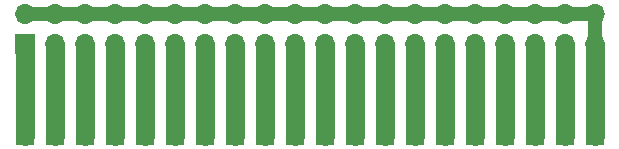
<source format=gbr>
%TF.GenerationSoftware,KiCad,Pcbnew,(6.0.1)*%
%TF.CreationDate,2022-03-24T12:00:01-04:00*%
%TF.ProjectId,Card,43617264-2e6b-4696-9361-645f70636258,rev?*%
%TF.SameCoordinates,Original*%
%TF.FileFunction,Copper,L1,Top*%
%TF.FilePolarity,Positive*%
%FSLAX46Y46*%
G04 Gerber Fmt 4.6, Leading zero omitted, Abs format (unit mm)*
G04 Created by KiCad (PCBNEW (6.0.1)) date 2022-03-24 12:00:01*
%MOMM*%
%LPD*%
G01*
G04 APERTURE LIST*
%TA.AperFunction,SMDPad,CuDef*%
%ADD10R,1.524000X5.000000*%
%TD*%
%TA.AperFunction,ComponentPad*%
%ADD11R,1.700000X1.700000*%
%TD*%
%TA.AperFunction,ComponentPad*%
%ADD12O,1.700000X1.700000*%
%TD*%
%TA.AperFunction,Conductor*%
%ADD13C,1.200000*%
%TD*%
%TA.AperFunction,Conductor*%
%ADD14C,1.600000*%
%TD*%
G04 APERTURE END LIST*
D10*
%TO.P,J1,1*%
%TO.N,Net-(J1-Pad1)*%
X109220000Y-122428000D03*
%TO.P,J1,2*%
%TO.N,Net-(J1-Pad2)*%
X111760000Y-122428000D03*
%TO.P,J1,3*%
%TO.N,Net-(J1-Pad3)*%
X114300000Y-122428000D03*
%TO.P,J1,4*%
%TO.N,Net-(J1-Pad4)*%
X116840000Y-122428000D03*
%TO.P,J1,5*%
%TO.N,Net-(J1-Pad5)*%
X119380000Y-122428000D03*
%TO.P,J1,6*%
%TO.N,Net-(J1-Pad6)*%
X121920000Y-122428000D03*
%TO.P,J1,7*%
%TO.N,Net-(J1-Pad7)*%
X124460000Y-122428000D03*
%TO.P,J1,8*%
%TO.N,Net-(J1-Pad8)*%
X127000000Y-122428000D03*
%TO.P,J1,9*%
%TO.N,Net-(J1-Pad9)*%
X129540000Y-122428000D03*
%TO.P,J1,10*%
%TO.N,Net-(J1-Pad10)*%
X132080000Y-122428000D03*
%TO.P,J1,11*%
%TO.N,Net-(J1-Pad11)*%
X134620000Y-122428000D03*
%TO.P,J1,12*%
%TO.N,Net-(J1-Pad12)*%
X137160000Y-122428000D03*
%TO.P,J1,13*%
%TO.N,Net-(J1-Pad13)*%
X139700000Y-122428000D03*
%TO.P,J1,14*%
%TO.N,Net-(J1-Pad14)*%
X142240000Y-122428000D03*
%TO.P,J1,15*%
%TO.N,Net-(J1-Pad15)*%
X144780000Y-122428000D03*
%TO.P,J1,16*%
%TO.N,Net-(J1-Pad16)*%
X147320000Y-122428000D03*
%TO.P,J1,17*%
%TO.N,Net-(J1-Pad17)*%
X149860000Y-122428000D03*
%TO.P,J1,18*%
%TO.N,Net-(J1-Pad18)*%
X152400000Y-122428000D03*
%TO.P,J1,19*%
%TO.N,Net-(J1-Pad19)*%
X154940000Y-122428000D03*
%TO.P,J1,20*%
%TO.N,Net-(J1-Pad20)*%
X157480000Y-122428000D03*
%TD*%
D11*
%TO.P,J2,1*%
%TO.N,Net-(J1-Pad1)*%
X109220000Y-116332000D03*
D12*
%TO.P,J2,2*%
%TO.N,Net-(J1-Pad20)*%
X109220000Y-113792000D03*
%TO.P,J2,3*%
%TO.N,Net-(J1-Pad2)*%
X111760000Y-116332000D03*
%TO.P,J2,4*%
%TO.N,Net-(J1-Pad20)*%
X111760000Y-113792000D03*
%TO.P,J2,5*%
%TO.N,Net-(J1-Pad3)*%
X114300000Y-116332000D03*
%TO.P,J2,6*%
%TO.N,Net-(J1-Pad20)*%
X114300000Y-113792000D03*
%TO.P,J2,7*%
%TO.N,Net-(J1-Pad4)*%
X116840000Y-116332000D03*
%TO.P,J2,8*%
%TO.N,Net-(J1-Pad20)*%
X116840000Y-113792000D03*
%TO.P,J2,9*%
%TO.N,Net-(J1-Pad5)*%
X119380000Y-116332000D03*
%TO.P,J2,10*%
%TO.N,Net-(J1-Pad20)*%
X119380000Y-113792000D03*
%TO.P,J2,11*%
%TO.N,Net-(J1-Pad6)*%
X121920000Y-116332000D03*
%TO.P,J2,12*%
%TO.N,Net-(J1-Pad20)*%
X121920000Y-113792000D03*
%TO.P,J2,13*%
%TO.N,Net-(J1-Pad7)*%
X124460000Y-116332000D03*
%TO.P,J2,14*%
%TO.N,Net-(J1-Pad20)*%
X124460000Y-113792000D03*
%TO.P,J2,15*%
%TO.N,Net-(J1-Pad8)*%
X127000000Y-116332000D03*
%TO.P,J2,16*%
%TO.N,Net-(J1-Pad20)*%
X127000000Y-113792000D03*
%TO.P,J2,17*%
%TO.N,Net-(J1-Pad9)*%
X129540000Y-116332000D03*
%TO.P,J2,18*%
%TO.N,Net-(J1-Pad20)*%
X129540000Y-113792000D03*
%TO.P,J2,19*%
%TO.N,Net-(J1-Pad10)*%
X132080000Y-116332000D03*
%TO.P,J2,20*%
%TO.N,Net-(J1-Pad20)*%
X132080000Y-113792000D03*
%TO.P,J2,21*%
%TO.N,Net-(J1-Pad11)*%
X134620000Y-116332000D03*
%TO.P,J2,22*%
%TO.N,Net-(J1-Pad20)*%
X134620000Y-113792000D03*
%TO.P,J2,23*%
%TO.N,Net-(J1-Pad12)*%
X137160000Y-116332000D03*
%TO.P,J2,24*%
%TO.N,Net-(J1-Pad20)*%
X137160000Y-113792000D03*
%TO.P,J2,25*%
%TO.N,Net-(J1-Pad13)*%
X139700000Y-116332000D03*
%TO.P,J2,26*%
%TO.N,Net-(J1-Pad20)*%
X139700000Y-113792000D03*
%TO.P,J2,27*%
%TO.N,Net-(J1-Pad14)*%
X142240000Y-116332000D03*
%TO.P,J2,28*%
%TO.N,Net-(J1-Pad20)*%
X142240000Y-113792000D03*
%TO.P,J2,29*%
%TO.N,Net-(J1-Pad15)*%
X144780000Y-116332000D03*
%TO.P,J2,30*%
%TO.N,Net-(J1-Pad20)*%
X144780000Y-113792000D03*
%TO.P,J2,31*%
%TO.N,Net-(J1-Pad16)*%
X147320000Y-116332000D03*
%TO.P,J2,32*%
%TO.N,Net-(J1-Pad20)*%
X147320000Y-113792000D03*
%TO.P,J2,33*%
%TO.N,Net-(J1-Pad17)*%
X149860000Y-116332000D03*
%TO.P,J2,34*%
%TO.N,Net-(J1-Pad20)*%
X149860000Y-113792000D03*
%TO.P,J2,35*%
%TO.N,Net-(J1-Pad18)*%
X152400000Y-116332000D03*
%TO.P,J2,36*%
%TO.N,Net-(J1-Pad20)*%
X152400000Y-113792000D03*
%TO.P,J2,37*%
%TO.N,Net-(J1-Pad19)*%
X154940000Y-116332000D03*
%TO.P,J2,38*%
%TO.N,Net-(J1-Pad20)*%
X154940000Y-113792000D03*
%TO.P,J2,39*%
X157480000Y-116332000D03*
%TO.P,J2,40*%
X157480000Y-113792000D03*
%TD*%
D13*
%TO.N,Net-(J1-Pad20)*%
X121920000Y-113792000D02*
X124460000Y-113792000D01*
X127000000Y-113792000D02*
X129540000Y-113792000D01*
X147320000Y-113792000D02*
X149860000Y-113792000D01*
X139700000Y-113792000D02*
X142240000Y-113792000D01*
X124460000Y-113792000D02*
X127000000Y-113792000D01*
X142240000Y-113792000D02*
X144780000Y-113792000D01*
D14*
X157480000Y-116332000D02*
X157480000Y-124142990D01*
D13*
X152400000Y-113792000D02*
X154940000Y-113792000D01*
X119380000Y-113792000D02*
X121920000Y-113792000D01*
X132080000Y-113792000D02*
X134620000Y-113792000D01*
X109220000Y-113792000D02*
X111760000Y-113792000D01*
X116840000Y-113792000D02*
X119380000Y-113792000D01*
X144780000Y-113792000D02*
X147320000Y-113792000D01*
X149860000Y-113792000D02*
X152400000Y-113792000D01*
X114300000Y-113792000D02*
X116840000Y-113792000D01*
X111760000Y-113792000D02*
X114300000Y-113792000D01*
X137160000Y-113792000D02*
X139700000Y-113792000D01*
X157480000Y-113792000D02*
X157480000Y-116332000D01*
X129540000Y-113792000D02*
X132080000Y-113792000D01*
X154940000Y-113792000D02*
X157480000Y-113792000D01*
X134620000Y-113792000D02*
X137160000Y-113792000D01*
D14*
%TO.N,Net-(J1-Pad18)*%
X152400000Y-116332000D02*
X152400000Y-124142990D01*
%TO.N,Net-(J1-Pad16)*%
X147320000Y-116332000D02*
X147320000Y-124142990D01*
%TO.N,Net-(J1-Pad14)*%
X142240000Y-116332000D02*
X142240000Y-124142990D01*
%TO.N,Net-(J1-Pad12)*%
X137160000Y-116332000D02*
X137160000Y-124142990D01*
%TO.N,Net-(J1-Pad10)*%
X132080000Y-116332000D02*
X132080000Y-124142990D01*
%TO.N,Net-(J1-Pad8)*%
X127000000Y-116332000D02*
X127000000Y-124142990D01*
%TO.N,Net-(J1-Pad6)*%
X121920000Y-116332000D02*
X121920000Y-124142990D01*
%TO.N,Net-(J1-Pad4)*%
X116840000Y-116332000D02*
X116840000Y-124142990D01*
%TO.N,Net-(J1-Pad2)*%
X111760000Y-116332000D02*
X111760000Y-124142990D01*
%TO.N,Net-(J1-Pad19)*%
X154940000Y-116332000D02*
X154940000Y-124142990D01*
%TO.N,Net-(J1-Pad17)*%
X149860000Y-116332000D02*
X149860000Y-124142990D01*
%TO.N,Net-(J1-Pad15)*%
X144780000Y-116332000D02*
X144780000Y-124142990D01*
%TO.N,Net-(J1-Pad13)*%
X139700000Y-116332000D02*
X139700000Y-124142990D01*
%TO.N,Net-(J1-Pad11)*%
X134620000Y-116332000D02*
X134620000Y-124142990D01*
%TO.N,Net-(J1-Pad9)*%
X129540000Y-116332000D02*
X129540000Y-124142990D01*
%TO.N,Net-(J1-Pad7)*%
X124460000Y-116332000D02*
X124460000Y-124142990D01*
%TO.N,Net-(J1-Pad5)*%
X119380000Y-116332000D02*
X119380000Y-124142990D01*
%TO.N,Net-(J1-Pad3)*%
X114300000Y-116332000D02*
X114300000Y-124142990D01*
%TO.N,Net-(J1-Pad1)*%
X109220000Y-116332000D02*
X109220000Y-124142990D01*
%TD*%
M02*

</source>
